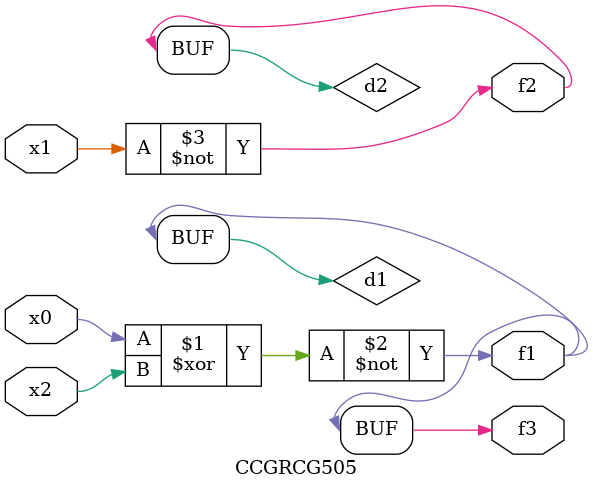
<source format=v>
module CCGRCG505(
	input x0, x1, x2,
	output f1, f2, f3
);

	wire d1, d2, d3;

	xnor (d1, x0, x2);
	nand (d2, x1);
	nor (d3, x1, x2);
	assign f1 = d1;
	assign f2 = d2;
	assign f3 = d1;
endmodule

</source>
